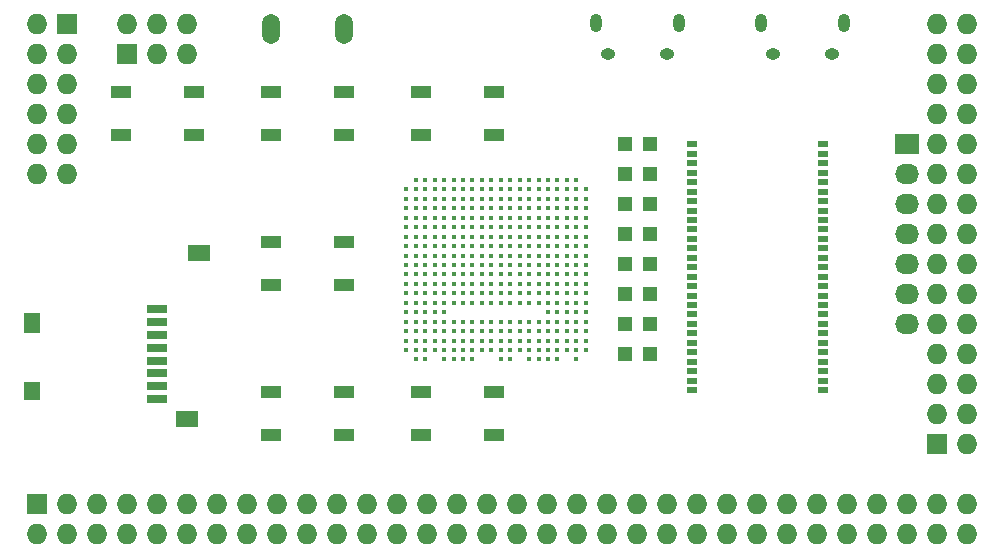
<source format=gbr>
G04 #@! TF.FileFunction,Copper,L1,Top,Signal*
%FSLAX46Y46*%
G04 Gerber Fmt 4.6, Leading zero omitted, Abs format (unit mm)*
G04 Created by KiCad (PCBNEW 4.0.5+dfsg1-4) date Sun Mar 26 16:44:12 2017*
%MOMM*%
%LPD*%
G01*
G04 APERTURE LIST*
%ADD10C,0.100000*%
%ADD11R,1.800000X0.700000*%
%ADD12R,1.400000X1.600000*%
%ADD13R,1.400000X1.800000*%
%ADD14R,1.900000X1.400000*%
%ADD15O,1.500000X2.550000*%
%ADD16O,1.250000X0.950000*%
%ADD17O,1.000000X1.550000*%
%ADD18R,1.727200X1.727200*%
%ADD19O,1.727200X1.727200*%
%ADD20C,0.400000*%
%ADD21R,0.900000X0.560000*%
%ADD22R,1.800000X1.100000*%
%ADD23R,1.198880X1.198880*%
%ADD24R,2.032000X1.727200*%
%ADD25O,2.032000X1.727200*%
G04 APERTURE END LIST*
D10*
D11*
X106800000Y-88090000D03*
X106800000Y-89190000D03*
X106800000Y-90290000D03*
X106800000Y-91390000D03*
X106800000Y-92490000D03*
X106800000Y-93590000D03*
X106800000Y-94690000D03*
X106800000Y-95790000D03*
D12*
X96200000Y-95080000D03*
D13*
X96200000Y-89280000D03*
D14*
X109350000Y-97480000D03*
X110350000Y-83430000D03*
D15*
X116400000Y-64390000D03*
X122600000Y-64390000D03*
D16*
X144940000Y-66580000D03*
X149940000Y-66580000D03*
D17*
X143940000Y-63880000D03*
X150940000Y-63880000D03*
D16*
X158910000Y-66580000D03*
X163910000Y-66580000D03*
D17*
X157910000Y-63880000D03*
X164910000Y-63880000D03*
D18*
X96640000Y-104600000D03*
D19*
X96640000Y-107140000D03*
X99180000Y-104600000D03*
X99180000Y-107140000D03*
X101720000Y-104600000D03*
X101720000Y-107140000D03*
X104260000Y-104600000D03*
X104260000Y-107140000D03*
X106800000Y-104600000D03*
X106800000Y-107140000D03*
X109340000Y-104600000D03*
X109340000Y-107140000D03*
X111880000Y-104600000D03*
X111880000Y-107140000D03*
X114420000Y-104600000D03*
X114420000Y-107140000D03*
X116960000Y-104600000D03*
X116960000Y-107140000D03*
X119500000Y-104600000D03*
X119500000Y-107140000D03*
X122040000Y-104600000D03*
X122040000Y-107140000D03*
X124580000Y-104600000D03*
X124580000Y-107140000D03*
X127120000Y-104600000D03*
X127120000Y-107140000D03*
X129660000Y-104600000D03*
X129660000Y-107140000D03*
X132200000Y-104600000D03*
X132200000Y-107140000D03*
X134740000Y-104600000D03*
X134740000Y-107140000D03*
X137280000Y-104600000D03*
X137280000Y-107140000D03*
X139820000Y-104600000D03*
X139820000Y-107140000D03*
X142360000Y-104600000D03*
X142360000Y-107140000D03*
X144900000Y-104600000D03*
X144900000Y-107140000D03*
X147440000Y-104600000D03*
X147440000Y-107140000D03*
X149980000Y-104600000D03*
X149980000Y-107140000D03*
X152520000Y-104600000D03*
X152520000Y-107140000D03*
X155060000Y-104600000D03*
X155060000Y-107140000D03*
X157600000Y-104600000D03*
X157600000Y-107140000D03*
X160140000Y-104600000D03*
X160140000Y-107140000D03*
X162680000Y-104600000D03*
X162680000Y-107140000D03*
X165220000Y-104600000D03*
X165220000Y-107140000D03*
X167760000Y-104600000D03*
X167760000Y-107140000D03*
X170300000Y-104600000D03*
X170300000Y-107140000D03*
X172840000Y-104600000D03*
X172840000Y-107140000D03*
X175380000Y-104600000D03*
X175380000Y-107140000D03*
D18*
X172840000Y-99520000D03*
D19*
X175380000Y-99520000D03*
X172840000Y-96980000D03*
X175380000Y-96980000D03*
X172840000Y-94440000D03*
X175380000Y-94440000D03*
X172840000Y-91900000D03*
X175380000Y-91900000D03*
X172840000Y-89360000D03*
X175380000Y-89360000D03*
X172840000Y-86820000D03*
X175380000Y-86820000D03*
X172840000Y-84280000D03*
X175380000Y-84280000D03*
X172840000Y-81740000D03*
X175380000Y-81740000D03*
X172840000Y-79200000D03*
X175380000Y-79200000D03*
X172840000Y-76660000D03*
X175380000Y-76660000D03*
X172840000Y-74120000D03*
X175380000Y-74120000D03*
X172840000Y-71580000D03*
X175380000Y-71580000D03*
X172840000Y-69040000D03*
X175380000Y-69040000D03*
X172840000Y-66500000D03*
X175380000Y-66500000D03*
X172840000Y-63960000D03*
X175380000Y-63960000D03*
D18*
X99180000Y-63960000D03*
D19*
X96640000Y-63960000D03*
X99180000Y-66500000D03*
X96640000Y-66500000D03*
X99180000Y-69040000D03*
X96640000Y-69040000D03*
X99180000Y-71580000D03*
X96640000Y-71580000D03*
X99180000Y-74120000D03*
X96640000Y-74120000D03*
X99180000Y-76660000D03*
X96640000Y-76660000D03*
D20*
X128680000Y-77200000D03*
X129480000Y-77200000D03*
X130280000Y-77200000D03*
X131080000Y-77200000D03*
X131880000Y-77200000D03*
X132680000Y-77200000D03*
X133480000Y-77200000D03*
X134280000Y-77200000D03*
X135080000Y-77200000D03*
X135880000Y-77200000D03*
X136680000Y-77200000D03*
X137480000Y-77200000D03*
X138280000Y-77200000D03*
X139080000Y-77200000D03*
X139880000Y-77200000D03*
X140680000Y-77200000D03*
X141480000Y-77200000D03*
X142280000Y-77200000D03*
X127880000Y-78000000D03*
X128680000Y-78000000D03*
X129480000Y-78000000D03*
X130280000Y-78000000D03*
X131080000Y-78000000D03*
X131880000Y-78000000D03*
X132680000Y-78000000D03*
X133480000Y-78000000D03*
X134280000Y-78000000D03*
X135080000Y-78000000D03*
X135880000Y-78000000D03*
X136680000Y-78000000D03*
X137480000Y-78000000D03*
X138280000Y-78000000D03*
X139080000Y-78000000D03*
X139880000Y-78000000D03*
X140680000Y-78000000D03*
X141480000Y-78000000D03*
X142280000Y-78000000D03*
X143080000Y-78000000D03*
X127880000Y-78800000D03*
X128680000Y-78800000D03*
X129480000Y-78800000D03*
X130280000Y-78800000D03*
X131080000Y-78800000D03*
X131880000Y-78800000D03*
X132680000Y-78800000D03*
X133480000Y-78800000D03*
X134280000Y-78800000D03*
X135080000Y-78800000D03*
X135880000Y-78800000D03*
X136680000Y-78800000D03*
X137480000Y-78800000D03*
X138280000Y-78800000D03*
X139080000Y-78800000D03*
X139880000Y-78800000D03*
X140680000Y-78800000D03*
X141480000Y-78800000D03*
X142280000Y-78800000D03*
X143080000Y-78800000D03*
X127880000Y-79600000D03*
X128680000Y-79600000D03*
X129480000Y-79600000D03*
X130280000Y-79600000D03*
X131080000Y-79600000D03*
X131880000Y-79600000D03*
X132680000Y-79600000D03*
X133480000Y-79600000D03*
X134280000Y-79600000D03*
X135080000Y-79600000D03*
X135880000Y-79600000D03*
X136680000Y-79600000D03*
X137480000Y-79600000D03*
X138280000Y-79600000D03*
X139080000Y-79600000D03*
X139880000Y-79600000D03*
X140680000Y-79600000D03*
X141480000Y-79600000D03*
X142280000Y-79600000D03*
X143080000Y-79600000D03*
X127880000Y-80400000D03*
X128680000Y-80400000D03*
X129480000Y-80400000D03*
X130280000Y-80400000D03*
X131080000Y-80400000D03*
X131880000Y-80400000D03*
X132680000Y-80400000D03*
X133480000Y-80400000D03*
X134280000Y-80400000D03*
X135080000Y-80400000D03*
X135880000Y-80400000D03*
X136680000Y-80400000D03*
X137480000Y-80400000D03*
X138280000Y-80400000D03*
X139080000Y-80400000D03*
X139880000Y-80400000D03*
X140680000Y-80400000D03*
X141480000Y-80400000D03*
X142280000Y-80400000D03*
X143080000Y-80400000D03*
X127880000Y-81200000D03*
X128680000Y-81200000D03*
X129480000Y-81200000D03*
X130280000Y-81200000D03*
X131080000Y-81200000D03*
X131880000Y-81200000D03*
X132680000Y-81200000D03*
X133480000Y-81200000D03*
X134280000Y-81200000D03*
X135080000Y-81200000D03*
X135880000Y-81200000D03*
X136680000Y-81200000D03*
X137480000Y-81200000D03*
X138280000Y-81200000D03*
X139080000Y-81200000D03*
X139880000Y-81200000D03*
X140680000Y-81200000D03*
X141480000Y-81200000D03*
X142280000Y-81200000D03*
X143080000Y-81200000D03*
X127880000Y-82000000D03*
X128680000Y-82000000D03*
X129480000Y-82000000D03*
X130280000Y-82000000D03*
X131080000Y-82000000D03*
X131880000Y-82000000D03*
X132680000Y-82000000D03*
X133480000Y-82000000D03*
X134280000Y-82000000D03*
X135080000Y-82000000D03*
X135880000Y-82000000D03*
X136680000Y-82000000D03*
X137480000Y-82000000D03*
X138280000Y-82000000D03*
X139080000Y-82000000D03*
X139880000Y-82000000D03*
X140680000Y-82000000D03*
X141480000Y-82000000D03*
X142280000Y-82000000D03*
X143080000Y-82000000D03*
X127880000Y-82800000D03*
X128680000Y-82800000D03*
X129480000Y-82800000D03*
X130280000Y-82800000D03*
X131080000Y-82800000D03*
X131880000Y-82800000D03*
X132680000Y-82800000D03*
X133480000Y-82800000D03*
X134280000Y-82800000D03*
X135080000Y-82800000D03*
X135880000Y-82800000D03*
X136680000Y-82800000D03*
X137480000Y-82800000D03*
X138280000Y-82800000D03*
X139080000Y-82800000D03*
X139880000Y-82800000D03*
X140680000Y-82800000D03*
X141480000Y-82800000D03*
X142280000Y-82800000D03*
X143080000Y-82800000D03*
X127880000Y-83600000D03*
X128680000Y-83600000D03*
X129480000Y-83600000D03*
X130280000Y-83600000D03*
X131080000Y-83600000D03*
X131880000Y-83600000D03*
X132680000Y-83600000D03*
X133480000Y-83600000D03*
X134280000Y-83600000D03*
X135080000Y-83600000D03*
X135880000Y-83600000D03*
X136680000Y-83600000D03*
X137480000Y-83600000D03*
X138280000Y-83600000D03*
X139080000Y-83600000D03*
X139880000Y-83600000D03*
X140680000Y-83600000D03*
X141480000Y-83600000D03*
X142280000Y-83600000D03*
X143080000Y-83600000D03*
X127880000Y-84400000D03*
X128680000Y-84400000D03*
X129480000Y-84400000D03*
X130280000Y-84400000D03*
X131080000Y-84400000D03*
X131880000Y-84400000D03*
X132680000Y-84400000D03*
X133480000Y-84400000D03*
X134280000Y-84400000D03*
X135080000Y-84400000D03*
X135880000Y-84400000D03*
X136680000Y-84400000D03*
X137480000Y-84400000D03*
X138280000Y-84400000D03*
X139080000Y-84400000D03*
X139880000Y-84400000D03*
X140680000Y-84400000D03*
X141480000Y-84400000D03*
X142280000Y-84400000D03*
X143080000Y-84400000D03*
X127880000Y-85200000D03*
X128680000Y-85200000D03*
X129480000Y-85200000D03*
X130280000Y-85200000D03*
X131080000Y-85200000D03*
X131880000Y-85200000D03*
X132680000Y-85200000D03*
X133480000Y-85200000D03*
X134280000Y-85200000D03*
X135080000Y-85200000D03*
X135880000Y-85200000D03*
X136680000Y-85200000D03*
X137480000Y-85200000D03*
X138280000Y-85200000D03*
X139080000Y-85200000D03*
X139880000Y-85200000D03*
X140680000Y-85200000D03*
X141480000Y-85200000D03*
X142280000Y-85200000D03*
X143080000Y-85200000D03*
X127880000Y-86000000D03*
X128680000Y-86000000D03*
X129480000Y-86000000D03*
X130280000Y-86000000D03*
X131080000Y-86000000D03*
X131880000Y-86000000D03*
X132680000Y-86000000D03*
X133480000Y-86000000D03*
X134280000Y-86000000D03*
X135080000Y-86000000D03*
X135880000Y-86000000D03*
X136680000Y-86000000D03*
X137480000Y-86000000D03*
X138280000Y-86000000D03*
X139080000Y-86000000D03*
X139880000Y-86000000D03*
X140680000Y-86000000D03*
X141480000Y-86000000D03*
X142280000Y-86000000D03*
X143080000Y-86000000D03*
X127880000Y-86800000D03*
X128680000Y-86800000D03*
X129480000Y-86800000D03*
X130280000Y-86800000D03*
X131080000Y-86800000D03*
X131880000Y-86800000D03*
X132680000Y-86800000D03*
X133480000Y-86800000D03*
X134280000Y-86800000D03*
X135080000Y-86800000D03*
X135880000Y-86800000D03*
X136680000Y-86800000D03*
X137480000Y-86800000D03*
X138280000Y-86800000D03*
X139080000Y-86800000D03*
X139880000Y-86800000D03*
X140680000Y-86800000D03*
X141480000Y-86800000D03*
X142280000Y-86800000D03*
X143080000Y-86800000D03*
X127880000Y-87600000D03*
X128680000Y-87600000D03*
X129480000Y-87600000D03*
X130280000Y-87600000D03*
X131080000Y-87600000D03*
X131880000Y-87600000D03*
X132680000Y-87600000D03*
X133480000Y-87600000D03*
X134280000Y-87600000D03*
X135080000Y-87600000D03*
X135880000Y-87600000D03*
X136680000Y-87600000D03*
X137480000Y-87600000D03*
X138280000Y-87600000D03*
X139080000Y-87600000D03*
X139880000Y-87600000D03*
X140680000Y-87600000D03*
X141480000Y-87600000D03*
X142280000Y-87600000D03*
X143080000Y-87600000D03*
X127880000Y-88400000D03*
X128680000Y-88400000D03*
X129480000Y-88400000D03*
X130280000Y-88400000D03*
X131080000Y-88400000D03*
X139880000Y-88400000D03*
X140680000Y-88400000D03*
X141480000Y-88400000D03*
X142280000Y-88400000D03*
X143080000Y-88400000D03*
X127880000Y-89200000D03*
X128680000Y-89200000D03*
X129480000Y-89200000D03*
X130280000Y-89200000D03*
X131080000Y-89200000D03*
X131880000Y-89200000D03*
X132680000Y-89200000D03*
X133480000Y-89200000D03*
X134280000Y-89200000D03*
X135080000Y-89200000D03*
X135880000Y-89200000D03*
X136680000Y-89200000D03*
X137480000Y-89200000D03*
X138280000Y-89200000D03*
X139080000Y-89200000D03*
X139880000Y-89200000D03*
X140680000Y-89200000D03*
X141480000Y-89200000D03*
X142280000Y-89200000D03*
X143080000Y-89200000D03*
X127880000Y-90000000D03*
X128680000Y-90000000D03*
X129480000Y-90000000D03*
X130280000Y-90000000D03*
X131080000Y-90000000D03*
X131880000Y-90000000D03*
X132680000Y-90000000D03*
X133480000Y-90000000D03*
X134280000Y-90000000D03*
X135080000Y-90000000D03*
X135880000Y-90000000D03*
X136680000Y-90000000D03*
X137480000Y-90000000D03*
X138280000Y-90000000D03*
X139080000Y-90000000D03*
X139880000Y-90000000D03*
X140680000Y-90000000D03*
X141480000Y-90000000D03*
X142280000Y-90000000D03*
X143080000Y-90000000D03*
X127880000Y-90800000D03*
X128680000Y-90800000D03*
X129480000Y-90800000D03*
X130280000Y-90800000D03*
X131080000Y-90800000D03*
X131880000Y-90800000D03*
X132680000Y-90800000D03*
X133480000Y-90800000D03*
X134280000Y-90800000D03*
X135080000Y-90800000D03*
X135880000Y-90800000D03*
X136680000Y-90800000D03*
X137480000Y-90800000D03*
X138280000Y-90800000D03*
X139080000Y-90800000D03*
X139880000Y-90800000D03*
X140680000Y-90800000D03*
X141480000Y-90800000D03*
X142280000Y-90800000D03*
X143080000Y-90800000D03*
X127880000Y-91600000D03*
X128680000Y-91600000D03*
X129480000Y-91600000D03*
X130280000Y-91600000D03*
X131080000Y-91600000D03*
X131880000Y-91600000D03*
X132680000Y-91600000D03*
X133480000Y-91600000D03*
X134280000Y-91600000D03*
X135080000Y-91600000D03*
X135880000Y-91600000D03*
X136680000Y-91600000D03*
X137480000Y-91600000D03*
X138280000Y-91600000D03*
X139080000Y-91600000D03*
X139880000Y-91600000D03*
X140680000Y-91600000D03*
X141480000Y-91600000D03*
X142280000Y-91600000D03*
X143080000Y-91600000D03*
X128680000Y-92400000D03*
X129480000Y-92400000D03*
X131080000Y-92400000D03*
X131880000Y-92400000D03*
X132680000Y-92400000D03*
X133480000Y-92400000D03*
X135880000Y-92400000D03*
X136680000Y-92400000D03*
X138280000Y-92400000D03*
X139080000Y-92400000D03*
X139880000Y-92400000D03*
X140680000Y-92400000D03*
X142280000Y-92400000D03*
D18*
X104260000Y-66500000D03*
D19*
X104260000Y-63960000D03*
X106800000Y-66500000D03*
X106800000Y-63960000D03*
X109340000Y-66500000D03*
X109340000Y-63960000D03*
D21*
X152070000Y-74195000D03*
X163130000Y-94995000D03*
X163130000Y-94195000D03*
X163130000Y-93395000D03*
X163130000Y-92595000D03*
X163130000Y-91795000D03*
X163130000Y-90995000D03*
X163130000Y-90195000D03*
X163130000Y-89395000D03*
X163130000Y-88595000D03*
X163130000Y-87795000D03*
X163130000Y-86995000D03*
X163130000Y-86195000D03*
X163130000Y-85395000D03*
X163130000Y-84595000D03*
X163130000Y-83795000D03*
X163130000Y-82995000D03*
X163130000Y-82195000D03*
X163130000Y-81395000D03*
X163130000Y-80595000D03*
X163130000Y-79795000D03*
X163130000Y-78995000D03*
X163130000Y-78195000D03*
X163130000Y-77395000D03*
X163130000Y-76595000D03*
X163130000Y-75795000D03*
X163130000Y-74995000D03*
X163130000Y-74195000D03*
X152070000Y-74995000D03*
X152070000Y-75795000D03*
X152070000Y-76595000D03*
X152070000Y-77395000D03*
X152070000Y-78195000D03*
X152070000Y-78995000D03*
X152070000Y-79795000D03*
X152070000Y-80595000D03*
X152070000Y-81395000D03*
X152070000Y-82195000D03*
X152070000Y-82995000D03*
X152070000Y-83795000D03*
X152070000Y-84595000D03*
X152070000Y-85395000D03*
X152070000Y-86195000D03*
X152070000Y-86995000D03*
X152070000Y-87795000D03*
X152070000Y-88595000D03*
X152070000Y-89395000D03*
X152070000Y-90195000D03*
X152070000Y-90995000D03*
X152070000Y-91795000D03*
X152070000Y-92595000D03*
X152070000Y-93395000D03*
X152070000Y-94195000D03*
X152070000Y-94995000D03*
D22*
X129100000Y-69730000D03*
X135300000Y-69730000D03*
X129100000Y-73430000D03*
X135300000Y-73430000D03*
X129100000Y-95130000D03*
X135300000Y-95130000D03*
X129100000Y-98830000D03*
X135300000Y-98830000D03*
X116400000Y-69730000D03*
X122600000Y-69730000D03*
X116400000Y-73430000D03*
X122600000Y-73430000D03*
X103700000Y-69730000D03*
X109900000Y-69730000D03*
X103700000Y-73430000D03*
X109900000Y-73430000D03*
X116400000Y-82430000D03*
X122600000Y-82430000D03*
X116400000Y-86130000D03*
X122600000Y-86130000D03*
X116400000Y-95130000D03*
X122600000Y-95130000D03*
X116400000Y-98830000D03*
X122600000Y-98830000D03*
D23*
X146390980Y-91900000D03*
X148489020Y-91900000D03*
X146390980Y-89360000D03*
X148489020Y-89360000D03*
X146390980Y-86820000D03*
X148489020Y-86820000D03*
X146390980Y-84280000D03*
X148489020Y-84280000D03*
X146390980Y-81740000D03*
X148489020Y-81740000D03*
X146390980Y-79200000D03*
X148489020Y-79200000D03*
X146390980Y-76660000D03*
X148489020Y-76660000D03*
X146390980Y-74120000D03*
X148489020Y-74120000D03*
D24*
X170300000Y-74120000D03*
D25*
X170300000Y-76660000D03*
X170300000Y-79200000D03*
X170300000Y-81740000D03*
X170300000Y-84280000D03*
X170300000Y-86820000D03*
X170300000Y-89360000D03*
M02*

</source>
